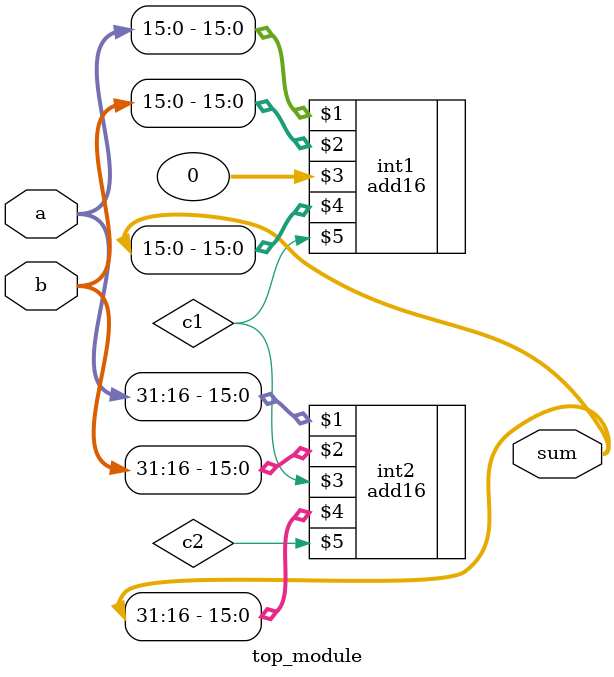
<source format=v>
module top_module(
    input [31:0] a,
    input [31:0] b,
    output [31:0] sum
);
    wire [15:0] w1,w2;
    wire c1,c2;
    add16 int1(a[15:0],b[15:0],0,sum[15:0],c1);
    add16 int2(a[31:16],b[31:16],c1,sum[31:16],c2);
endmodule
</source>
